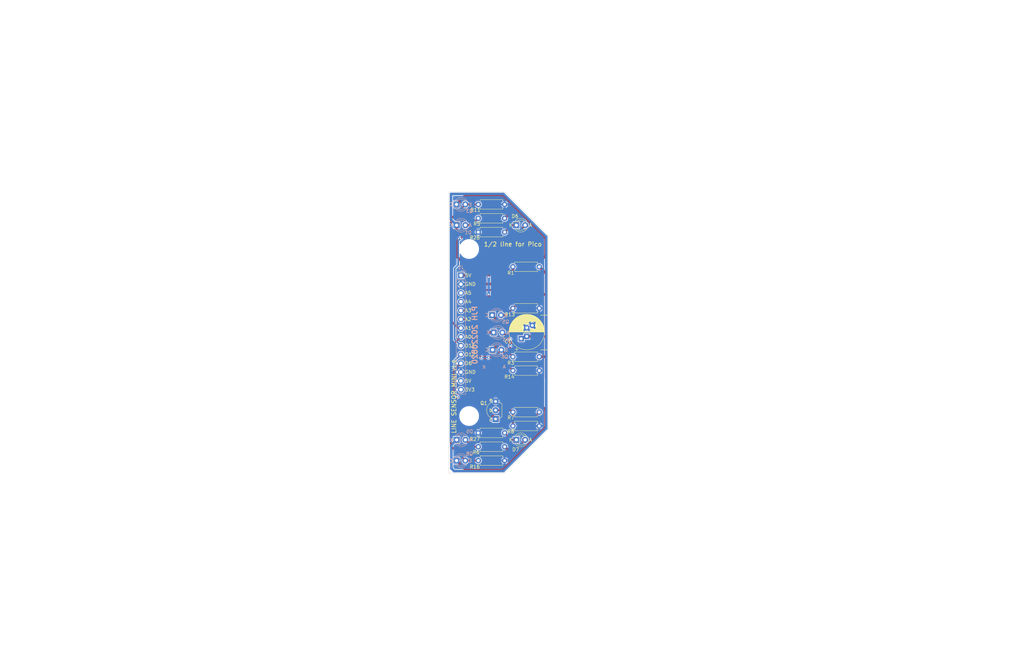
<source format=kicad_pcb>
(kicad_pcb (version 20240108) (generator "pcbnew") (generator_version "8.0")
  (title_block (title "UKMARSBOT Template") (date "2022-08-19"))
  (layers (0 "F.Cu" signal) (31 "B.Cu" signal) (34 "B.Paste" user) (35 "F.Paste" user) (36 "B.SilkS" user "B.Silkscreen") (37 "F.SilkS" user "F.Silkscreen") (38 "B.Mask" user) (39 "F.Mask" user) (44 "Edge.Cuts" user))
  (net 0 "")
  (net 1 "GND")
  (net 2 "5V")
  (net 3 "D6_LED_RIGHT")
  (net 4 "D12_EMITTERS")
  (net 5 "D11_LED_LEFT")
  (net 6 "/sensor_emitters")
  (net 8 "A3_LINE_3")
  (net 9 "A2_LINE_2")
  (net 10 "A0_START_MARKER")
  (net 12 "/5V_EMITTERS")
  (net 13 "A1_LEFT_MARKER")
  (net 14 "Net-(D1-A)")
  (net 15 "Net-(D3-A)")
  (net 16 "Net-(D5-A)")
  (net 17 "Net-(D6-K)")
  (net 18 "Net-(D7-K)")
  (net 21 "Net-(Q1-B)")
  (footprint "ukmarsbot:TO-92_Inline_Wide_HandSolder" (layer "F.Cu") (at 152 130 90)
    (property "Reference" "Q1" (at 4.6 -3.4 180) (layer "F.SilkS"))
    (property "Value" "BC337")
    (pad "1" thru_hole rect (at 0 0 90) (size 1.8 1.8) (drill 0.8) (layers "*.Cu" "*.Mask") (net 6 "/sensor_emitters"))
    (pad "2" thru_hole circle (at 2.54 0 90) (size 1.8 1.8) (drill 0.8) (layers "*.Cu" "*.Mask") (net 21 "Net-(Q1-B)"))
    (pad "3" thru_hole circle (at 5.08 0 90) (size 1.8 1.8) (drill 0.8) (layers "*.Cu" "*.Mask") (net 1 "GND"))
  )
  (footprint "Resistor_THT:R_Axial_DIN0207_L6.3mm_D2.5mm_P7.62mm_Horizontal" (layer "F.Cu") (at 157 112)
    (property "Reference" "R3" (at -0.6 1.8 0) (layer "F.SilkS"))
    (property "Value" "68R")
    (pad "1" thru_hole circle (at 0 0) (size 1.6 1.6) (drill 0.8) (layers "*.Cu" "*.Mask") (net 15 "Net-(D3-A)"))
    (pad "2" thru_hole oval (at 7.62 0) (size 1.6 1.6) (drill 0.8) (layers "*.Cu" "*.Mask") (net 12 "/5V_EMITTERS"))
  )
  (footprint "Resistor_THT:R_Axial_DIN0207_L6.3mm_D2.5mm_P7.62mm_Horizontal" (layer "F.Cu") (at 157 116)
    (property "Reference" "R14" (at -1 1.8 0) (layer "F.SilkS"))
    (property "Value" "2k0")
    (pad "1" thru_hole circle (at 0 0) (size 1.6 1.6) (drill 0.8) (layers "*.Cu" "*.Mask") (net 9 "A2_LINE_2"))
    (pad "2" thru_hole oval (at 7.62 0) (size 1.6 1.6) (drill 0.8) (layers "*.Cu" "*.Mask") (net 1 "GND"))
  )
  (footprint "Resistor_THT:R_Axial_DIN0207_L6.3mm_D2.5mm_P7.62mm_Horizontal" (layer "F.Cu") (at 157 98)
    (property "Reference" "R13" (at -0.9 1.8 0) (layer "F.SilkS"))
    (property "Value" "2k0")
    (pad "1" thru_hole circle (at 0 0) (size 1.6 1.6) (drill 0.8) (layers "*.Cu" "*.Mask") (net 8 "A3_LINE_3"))
    (pad "2" thru_hole oval (at 7.62 0) (size 1.6 1.6) (drill 0.8) (layers "*.Cu" "*.Mask") (net 1 "GND"))
  )
  (footprint "Resistor_THT:R_Axial_DIN0207_L6.3mm_D2.5mm_P7.62mm_Horizontal" (layer "F.Cu") (at 147 142)
    (property "Reference" "R16" (at -1 1.8 0) (layer "F.SilkS"))
    (property "Value" "2k0")
    (pad "1" thru_hole circle (at 0 0) (size 1.6 1.6) (drill 0.8) (layers "*.Cu" "*.Mask") (net 10 "A0_START_MARKER"))
    (pad "2" thru_hole oval (at 7.62 0) (size 1.6 1.6) (drill 0.8) (layers "*.Cu" "*.Mask") (net 1 "GND"))
  )
  (footprint "MountingHole:MountingHole_3.2mm_M3" (layer "F.Cu") (at 144.37 129.13)
    (property "Reference" "H1" (hide yes))
    (property "Value" "MountingHole" (hide yes))
    (pad "" np_thru_hole circle (at 0 0) (size 3.2 3.2) (drill 3.2) (layers "F&B.Cu" "*.Mask") (clearance 1.25))
  )
  (footprint "LED_THT:LED_D3.0mm" (layer "F.Cu") (at 158 136)
    (property "Reference" "D7" (at -0.2 2.8 0) (layer "F.SilkS"))
    (property "Value" "LED")
    (pad "1" thru_hole rect (at 0 0) (size 1.8 1.8) (drill 0.9) (layers "*.Cu" "*.Mask") (net 18 "Net-(D7-K)"))
    (pad "2" thru_hole circle (at 2.54 0) (size 1.8 1.8) (drill 0.9) (layers "*.Cu" "*.Mask") (net 3 "D6_LED_RIGHT"))
  )
  (footprint "Resistor_THT:R_Axial_DIN0207_L6.3mm_D2.5mm_P7.62mm_Horizontal" (layer "F.Cu") (at 147 72)
    (property "Reference" "R5" (at -0.4 1.6 180) (layer "F.SilkS"))
    (property "Value" "68R")
    (pad "1" thru_hole circle (at 0 0) (size 1.6 1.6) (drill 0.8) (layers "*.Cu" "*.Mask") (net 14 "Net-(D1-A)"))
    (pad "2" thru_hole oval (at 7.62 0) (size 1.6 1.6) (drill 0.8) (layers "*.Cu" "*.Mask") (net 2 "5V"))
  )
  (footprint "Resistor_THT:R_Axial_DIN0207_L6.3mm_D2.5mm_P7.62mm_Horizontal" (layer "F.Cu") (at 157 128)
    (property "Reference" "R7" (at -0.6 1.6 0) (layer "F.SilkS"))
    (property "Value" "390")
    (pad "1" thru_hole circle (at 0 0) (size 1.6 1.6) (drill 0.8) (layers "*.Cu" "*.Mask") (net 21 "Net-(Q1-B)"))
    (pad "2" thru_hole oval (at 7.62 0) (size 1.6 1.6) (drill 0.8) (layers "*.Cu" "*.Mask") (net 4 "D12_EMITTERS"))
  )
  (footprint "Resistor_THT:R_Axial_DIN0207_L6.3mm_D2.5mm_P7.62mm_Horizontal" (layer "F.Cu") (at 147 134)
    (property "Reference" "R27" (at -1 1.8 0) (layer "F.SilkS"))
    (property "Value" "2k0")
    (pad "1" thru_hole circle (at 0 0) (size 1.6 1.6) (drill 0.8) (layers "*.Cu" "*.Mask") (net 1 "GND"))
    (pad "2" thru_hole oval (at 7.62 0) (size 1.6 1.6) (drill 0.8) (layers "*.Cu" "*.Mask") (net 18 "Net-(D7-K)"))
  )
  (footprint "LED_THT:LED_D3.0mm" (layer "F.Cu") (at 158 74)
    (property "Reference" "D6" (at -0.4 -2.6 0) (layer "F.SilkS"))
    (property "Value" "LED")
    (pad "1" thru_hole rect (at 0 0) (size 1.8 1.8) (drill 0.9) (layers "*.Cu" "*.Mask") (net 17 "Net-(D6-K)"))
    (pad "2" thru_hole circle (at 2.54 0) (size 1.8 1.8) (drill 0.9) (layers "*.Cu" "*.Mask") (net 5 "D11_LED_LEFT"))
  )
  (footprint "Resistor_THT:R_Axial_DIN0207_L6.3mm_D2.5mm_P7.62mm_Horizontal" (layer "F.Cu") (at 147 68)
    (property "Reference" "R11" (at -0.8 1.6 0) (layer "F.SilkS"))
    (property "Value" "2k0")
    (pad "1" thru_hole circle (at 0 0) (size 1.6 1.6) (drill 0.8) (layers "*.Cu" "*.Mask") (net 13 "A1_LEFT_MARKER"))
    (pad "2" thru_hole oval (at 7.62 0) (size 1.6 1.6) (drill 0.8) (layers "*.Cu" "*.Mask") (net 1 "GND"))
  )
  (footprint "Resistor_THT:R_Axial_DIN0207_L6.3mm_D2.5mm_P7.62mm_Horizontal" (layer "F.Cu") (at 147 138)
    (property "Reference" "R6" (at -0.6 1.6 0) (layer "F.SilkS"))
    (property "Value" "68R")
    (pad "1" thru_hole circle (at 0 0) (size 1.6 1.6) (drill 0.8) (layers "*.Cu" "*.Mask") (net 16 "Net-(D5-A)"))
    (pad "2" thru_hole oval (at 7.62 0) (size 1.6 1.6) (drill 0.8) (layers "*.Cu" "*.Mask") (net 2 "5V"))
  )
  (footprint "MountingHole:MountingHole_3.2mm_M3" (layer "F.Cu") (at 144.37 80.87)
    (property "Reference" "H2" (hide yes))
    (property "Value" "MountingHole" (hide yes))
    (pad "" np_thru_hole circle (at 0 0) (size 3.2 3.2) (drill 3.2) (layers "F&B.Cu" "*.Mask") (clearance 1.25))
  )
  (footprint "Capacitor_THT:CP_Radial_D10.0mm_P2.50mm_P5.00mm" (layer "F.Cu") (at 161 106.117677 90)
    (property "Reference" "C1" (at -1.482323 -5.4 180) (layer "F.SilkS"))
    (property "Value" "470uF")
    (pad "1" thru_hole rect (at -0.670937 -1.6 90) (size 1.6 1.6) (drill 0.8) (layers "*.Cu" "*.Mask") (net 12 "/5V_EMITTERS"))
    (pad "1" thru_hole rect (at 0 0 90) (size 1.6 1.6) (drill 0.8) (layers "*.Cu" "*.Mask") (net 12 "/5V_EMITTERS"))
    (pad "2" thru_hole circle (at 2.5 0 90) (size 1.6 1.6) (drill 0.8) (layers "*.Cu" "*.Mask") (net 1 "GND"))
    (pad "2" thru_hole circle (at 3.170937 1.6 90) (size 1.6 1.6) (drill 0.8) (layers "*.Cu" "*.Mask") (net 1 "GND"))
  )
  (footprint "Resistor_THT:R_Axial_DIN0207_L6.3mm_D2.5mm_P7.62mm_Horizontal" (layer "F.Cu") (at 157 132)
    (property "Reference" "R8" (at -0.59 1.6 0) (layer "F.SilkS"))
    (property "Value" "10k")
    (pad "1" thru_hole circle (at 0 0) (size 1.6 1.6) (drill 0.8) (layers "*.Cu" "*.Mask") (net 21 "Net-(Q1-B)"))
    (pad "2" thru_hole oval (at 7.62 0) (size 1.6 1.6) (drill 0.8) (layers "*.Cu" "*.Mask") (net 1 "GND"))
  )
  (footprint "Resistor_THT:R_Axial_DIN0207_L6.3mm_D2.5mm_P7.62mm_Horizontal" (layer "F.Cu") (at 147 76)
    (property "Reference" "R26" (at -1 1.6 0) (layer "F.SilkS"))
    (property "Value" "2k0")
    (pad "1" thru_hole circle (at 0 0) (size 1.6 1.6) (drill 0.8) (layers "*.Cu" "*.Mask") (net 1 "GND"))
    (pad "2" thru_hole oval (at 7.62 0) (size 1.6 1.6) (drill 0.8) (layers "*.Cu" "*.Mask") (net 17 "Net-(D6-K)"))
  )
  (footprint "Resistor_THT:R_Axial_DIN0207_L6.3mm_D2.5mm_P7.62mm_Horizontal" (layer "F.Cu") (at 157 86)
    (property "Reference" "R1" (at -0.6 1.8 0) (layer "F.SilkS"))
    (property "Value" "10R")
    (pad "1" thru_hole circle (at 0 0) (size 1.6 1.6) (drill 0.8) (layers "*.Cu" "*.Mask") (net 2 "5V"))
    (pad "2" thru_hole oval (at 7.62 0) (size 1.6 1.6) (drill 0.8) (layers "*.Cu" "*.Mask") (net 12 "/5V_EMITTERS"))
  )
  (footprint "LED_THT:LED_D3.0mm" (layer "B.Cu") (at 140.75 74)
    (property "Reference" "D1" (at 3.35 2.1 0) (layer "B.SilkS") (effects (justify mirror)))
    (property "Value" "L-934F3C")
    (pad "1" thru_hole rect (at 0 0) (size 1.8 1.8) (drill 0.9) (layers "*.Cu" "*.Mask") (net 6 "/sensor_emitters"))
    (pad "2" thru_hole circle (at 2.54 0) (size 1.8 1.8) (drill 0.9) (layers "*.Cu" "*.Mask") (net 14 "Net-(D1-A)"))
  )
  (footprint "ukmarsbot:Phototransistor_3mm_Vertical_Clear" (layer "B.Cu") (at 152.3 100)
    (property "Reference" "Q5" (at 2.6 1.9 180) (layer "B.SilkS") (effects (justify mirror)))
    (property "Value" "BPW85C" (hide yes))
    (fp_text user "C" (at -2.8 0 0) (layer "B.SilkS") (effects (justify mirror)))
    (fp_text user "E" (at 2.7 0.1 0) (layer "B.SilkS") (effects (justify mirror)))
    (pad "1" thru_hole rect (at -1.27 0) (size 1.8 1.8) (drill 0.9) (layers "*.Cu" "*.Mask") (net 2 "5V"))
    (pad "2" thru_hole circle (at 1.27 0) (size 1.8 1.8) (drill 0.9) (layers "*.Cu" "*.Mask") (net 8 "A3_LINE_3"))
  )
  (footprint "LED_THT:LED_D3.0mm" (layer "B.Cu") (at 151.425 105)
    (property "Reference" "D3" (at 3.675 2.1 0) (layer "B.SilkS") (effects (justify mirror)))
    (property "Value" "L-934F3C")
    (pad "1" thru_hole rect (at 0 0) (size 1.8 1.8) (drill 0.9) (layers "*.Cu" "*.Mask") (net 6 "/sensor_emitters"))
    (pad "2" thru_hole circle (at 2.54 0) (size 1.8 1.8) (drill 0.9) (layers "*.Cu" "*.Mask") (net 15 "Net-(D3-A)"))
  )
  (footprint "ukmarsbot:Phototransistor_3mm_Vertical_Clear" (layer "B.Cu") (at 142 142)
    (property "Reference" "Q8" (at 2.5 -2 180) (layer "B.SilkS") (effects (justify mirror)))
    (property "Value" "BPW85C" (hide yes))
    (fp_text user "E" (at 2.7 0 0) (layer "B.SilkS") (effects (justify mirror)))
    (fp_text user "C" (at -2.8 0.1 0) (layer "B.SilkS") (effects (justify mirror)))
    (pad "1" thru_hole rect (at -1.27 0) (size 1.8 1.8) (drill 0.9) (layers "*.Cu" "*.Mask") (net 2 "5V"))
    (pad "2" thru_hole circle (at 1.27 0) (size 1.8 1.8) (drill 0.9) (layers "*.Cu" "*.Mask") (net 10 "A0_START_MARKER"))
  )
  (footprint "LED_THT:LED_D3.0mm" (layer "B.Cu") (at 140.75 136)
    (property "Reference" "D5" (at 3.75 -2.4 0) (layer "B.SilkS") (effects (justify mirror)))
    (property "Value" "L-934F3C")
    (pad "1" thru_hole rect (at 0 0) (size 1.8 1.8) (drill 0.9) (layers "*.Cu" "*.Mask") (net 6 "/sensor_emitters"))
    (pad "2" thru_hole circle (at 2.54 0) (size 1.8 1.8) (drill 0.9) (layers "*.Cu" "*.Mask") (net 16 "Net-(D5-A)"))
  )
  (footprint "ukmarsbot:PinHeader_1x14_P2.54mm_Vertical" (layer "B.Cu") (at 142 88.49 180)
    (property "Reference" "J1" (at 0 2.33 0) (layer "B.SilkS") (effects (justify mirror)))
    (property "Value" "SENSORS")
    (pad "1" thru_hole rect (at 0 0 180) (size 1.7 1.7) (drill 1) (layers "*.Cu" "*.Mask") (net 2 "5V"))
    (pad "2" thru_hole oval (at 0 -2.54 180) (size 1.7 1.7) (drill 1) (layers "*.Cu" "*.Mask") (net 1 "GND"))
    (pad "3" thru_hole oval (at 0 -5.08 180) (size 1.7 1.7) (drill 1) (layers "*.Cu" "*.Mask"))
    (pad "4" thru_hole oval (at 0 -7.62 180) (size 1.7 1.7) (drill 1) (layers "*.Cu" "*.Mask"))
    (pad "5" thru_hole oval (at 0 -10.16 180) (size 1.7 1.7) (drill 1) (layers "*.Cu" "*.Mask") (net 8 "A3_LINE_3"))
    (pad "6" thru_hole oval (at 0 -12.7 180) (size 1.7 1.7) (drill 1) (layers "*.Cu" "*.Mask") (net 9 "A2_LINE_2"))
    (pad "7" thru_hole oval (at 0 -15.24 180) (size 1.7 1.7) (drill 1) (layers "*.Cu" "*.Mask") (net 13 "A1_LEFT_MARKER"))
    (pad "8" thru_hole oval (at 0 -17.78 180) (size 1.7 1.7) (drill 1) (layers "*.Cu" "*.Mask") (net 10 "A0_START_MARKER"))
    (pad "9" thru_hole oval (at 0 -20.32 180) (size 1.7 1.7) (drill 1) (layers "*.Cu" "*.Mask") (net 5 "D11_LED_LEFT"))
    (pad "10" thru_hole oval (at 0 -22.86 180) (size 1.7 1.7) (drill 1) (layers "*.Cu" "*.Mask") (net 4 "D12_EMITTERS"))
    (pad "11" thru_hole oval (at 0 -25.4 180) (size 1.7 1.7) (drill 1) (layers "*.Cu" "*.Mask") (net 3 "D6_LED_RIGHT"))
    (pad "12" thru_hole oval (at 0 -27.94 180) (size 1.7 1.7) (drill 1) (layers "*.Cu" "*.Mask") (net 1 "GND"))
    (pad "13" thru_hole oval (at 0 -30.48 180) (size 1.7 1.7) (drill 1) (layers "*.Cu" "*.Mask"))
    (pad "14" thru_hole oval (at 0 -33.02 180) (size 1.7 1.7) (drill 1) (layers "*.Cu" "*.Mask"))
  )
  (footprint "ukmarsbot:Phototransistor_3mm_Vertical_Clear" (layer "B.Cu") (at 142 68)
    (property "Reference" "Q3" (at 2.5 1.9 180) (layer "B.SilkS") (effects (justify mirror)))
    (property "Value" "BPW85C" (hide yes))
    (fp_text user "E" (at 2.7 0.1 0) (layer "B.SilkS") (effects (justify mirror)))
    (fp_text user "C" (at -2.8 0 0) (layer "B.SilkS") (effects (justify mirror)))
    (pad "1" thru_hole rect (at -1.27 0) (size 1.8 1.8) (drill 0.9) (layers "*.Cu" "*.Mask") (net 2 "5V"))
    (pad "2" thru_hole circle (at 1.27 0) (size 1.8 1.8) (drill 0.9) (layers "*.Cu" "*.Mask") (net 13 "A1_LEFT_MARKER"))
  )
  (footprint "ukmarsbot:Phototransistor_3mm_Vertical_Clear" (layer "B.Cu") (at 152.4 110)
    (property "Reference" "Q6" (at 2.3 2 180) (layer "B.SilkS") (effects (justify mirror)))
    (property "Value" "BPW85C" (hide yes))
    (fp_text user "C" (at -2.9 0 0) (layer "B.SilkS") (effects (justify mirror)))
    (fp_text user "E" (at 2.7 0 0) (layer "B.SilkS") (effects (justify mirror)))
    (pad "1" thru_hole rect (at -1.27 0) (size 1.8 1.8) (drill 0.9) (layers "*.Cu" "*.Mask") (net 2 "5V"))
    (pad "2" thru_hole circle (at 1.27 0) (size 1.8 1.8) (drill 0.9) (layers "*.Cu" "*.Mask") (net 9 "A2_LINE_2"))
  )
  (gr_line (start 167 100) (end 165 100) (stroke (width 0.15)) (layer "F.SilkS"))
  (gr_line (start 167 110) (end 165 110) (stroke (width 0.15)) (layer "F.SilkS"))
  (gr_line (start 154.53 64.36) (end 167.23 77.06) (stroke (width 0.1)) (layer "Edge.Cuts"))
  (gr_line (start 167.23 132.94) (end 154.53 145.64) (stroke (width 0.1)) (layer "Edge.Cuts"))
  (gr_line (start 167.23 77.06) (end 167.23 132.94) (stroke (width 0.1)) (layer "Edge.Cuts"))
  (gr_line (start 154.53 145.64) (end 138.528 145.64) (stroke (width 0.1)) (layer "Edge.Cuts"))
  (gr_line (start 138.528 64.36) (end 154.53 64.36) (stroke (width 0.1)) (layer "Edge.Cuts"))
  (gr_line (start 138.528 145.64) (end 138.528 64.36) (stroke (width 0.1)) (layer "Edge.Cuts"))
  (gr_text "A" (at 154.5 114.9 0) (layer "B.SilkS") (effects (font (size 1 1))))
  (gr_text "A" (at 144.7 74 0) (layer "B.SilkS") (effects (font (size 1 1))))
  (gr_text "PJH 20220820" (at 146 105.75 90) (layer "B.SilkS") (effects (font (size 1.5 1.5) (thickness 0.3)) (justify mirror)))
  (gr_text "A" (at 155.6 105.1 0) (layer "B.SilkS") (effects (font (size 1 1))))
  (gr_text "A" (at 144.9 136 0) (layer "B.SilkS") (effects (font (size 1 1))))
  (gr_text "K" (at 139.2 136.1 0) (layer "B.SilkS") (effects (font (size 1 1)) (justify mirror)))
  (gr_text "K" (at 148.6 115 0) (layer "B.SilkS") (effects (font (size 1 1)) (justify mirror)))
  (gr_text "K" (at 139.2 74 0) (layer "B.SilkS") (effects (font (size 1 1)) (justify mirror)))
  (gr_text "K" (at 149.8 105 0) (layer "B.SilkS") (effects (font (size 1 1)) (justify mirror)))
  (gr_text "5V" (at 143.1 118.97 0) (layer "F.SilkS") (effects (font (size 1 1)) (justify left)))
  (gr_text "A3" (at 143.1 98.65 0) (layer "F.SilkS") (effects (font (size 1 1)) (justify left)))
  (gr_text "LINE SENSOR MINI" (at 140 125.5 90) (layer "F.SilkS") (effects (font (size 1.25 1.25) (thickness 0.2))))
  (gr_text "K" (at 156.4 74 0) (layer "F.SilkS") (effects (font (size 1 1))))
  (gr_text "3V3" (at 143.1 121.51 0) (layer "F.SilkS") (effects (font (size 1 1)) (justify left)))
  (gr_text "K" (at 156.4 136 0) (layer "F.SilkS") (effects (font (size 1 1))))
  (gr_text "c" (at 150.6 130.2 0) (layer "F.SilkS") (effects (font (size 1 1))))
  (gr_text "D6" (at 143.1 113.89 0) (layer "F.SilkS") (effects (font (size 1 1)) (justify left)))
  (gr_text "A0" (at 143.1 106.27 0) (layer "F.SilkS") (effects (font (size 1 1)) (justify left)))
  (gr_text "e" (at 150.6 124.4 0) (layer "F.SilkS") (effects (font (size 1 1))))
  (gr_text "GND" (at 143.1 91.03 0) (layer "F.SilkS") (effects (font (size 1 1)) (justify left)))
  (gr_text "A" (at 162.1 136 0) (layer "F.SilkS") (effects (font (size 1 1))))
  (gr_text "V1.0" (at 140 114.5 90) (layer "F.SilkS") (effects (font (size 1 1))))
  (gr_text "A4" (at 143.1 96.11 0) (layer "F.SilkS") (effects (font (size 1 1)) (justify left)))
  (gr_text "D11" (at 143.1 108.81 0) (layer "F.SilkS") (effects (font (size 1 1)) (justify left)))
  (gr_text "GND" (at 143.1 116.43 0) (layer "F.SilkS") (effects (font (size 1 1)) (justify left)))
  (gr_text "A" (at 162.1 74 0) (layer "F.SilkS") (effects (font (size 1 1))))
  (gr_text "1/2 line for Pico\n" (at 157 79.5 0) (layer "F.SilkS") (effects (font (size 1.25 1.25) (thickness 0.2))))
  (gr_text "A2" (at 143.1 101.19 0) (layer "F.SilkS") (effects (font (size 1 1)) (justify left)))
  (gr_text "A1" (at 143.1 103.73 0) (layer "F.SilkS") (effects (font (size 1 1)) (justify left)))
  (gr_text "A5" (at 143.1 93.57 0) (layer "F.SilkS") (effects (font (size 1 1)) (justify left)))
  (gr_text "5V" (at 143.1 88.49 0) (layer "F.SilkS") (effects (font (size 1 1)) (justify left)))
  (gr_text "D12" (at 143.1 111.35 0) (layer "F.SilkS") (effects (font (size 1 1)) (justify left)))
  (gr_text "b" (at 150.6 127.4 0) (layer "F.SilkS") (effects (font (size 1 1))))
  (segment (start 157 88.25) (end 154.25 91) (width 0.75) (layer "F.Cu") (net 2))
  (segment (start 165.144031 126.044031) (end 166.444031 127.344031) (width 0.75) (layer "F.Cu") (net 2))
  (segment (start 154.62 72) (end 157.532638 69.087362) (width 0.75) (layer "F.Cu") (net 2))
  (segment (start 157.4745 107.9255) (end 157.7 107.7) (width 0.75) (layer "F.Cu") (net 2))
  (segment (start 151.13 110) (end 153.2045 107.9255) (width 0.75) (layer "F.Cu") (net 2))
  (segment (start 166.444031 127.344031) (end 166.444031 132.321449) (width 0.75) (layer "F.Cu") (net 2))
  (segment (start 153.2045 107.9255) (end 157.4745 107.9255) (width 0.75) (layer "F.Cu") (net 2))
  (segment (start 154.01548 144.75) (end 143.5 144.75) (width 0.75) (layer "F.Cu") (net 2))
  (segment (start 159.525 101.475) (end 159.625 101.575) (width 0.75) (layer "F.Cu") (net 2))
  (segment (start 151.03 100) (end 152.505 101.475) (width 0.75) (layer "F.Cu") (net 2))
  (segment (start 159.75 88.25) (end 164 84) (width 0.75) (layer "F.Cu") (net 2))
  (segment (start 165.3 84) (end 166.444031 82.855969) (width 0.75) (layer "F.Cu") (net 2))
  (segment (start 154.62 138) (end 157.60274 140.98274) (width 0.75) (layer "F.Cu") (net 2))
  (segment (start 164 84) (end 165.3 84) (width 0.75) (layer "F.Cu") (net 2))
  (segment (start 157 88.25) (end 159.65 88.25) (width 0.75) (layer "F.Cu") (net 2))
  (segment (start 157.532638 69.087362) (end 157.712638 69.087362) (width 0.75) (layer "F.Cu") (net 2))
  (segment (start 147 91) (end 147 90.28) (width 0.75) (layer "F.Cu") (net 2))
  (segment (start 154.01548 144.75) (end 157.78274 140.98274) (width 0.75) (layer "F.Cu") (net 2))
  (segment (start 145.21 88.49) (end 142 88.49) (width 0.75) (layer "F.Cu") (net 2))
  (segment (start 166.444031 82.855969) (end 166.444031 77.818756) (width 0.75) (layer "F.Cu") (net 2))
  (segment (start 161.844031 114.044031) (end 157.7 109.9) (width 0.75) (layer "F.Cu") (net 2))
  (segment (start 159.625 88.275) (end 159.65 88.25) (width 0.75) (layer "F.Cu") (net 2))
  (segment (start 154.25 91) (end 151.9 91) (width 0.75) (layer "F.Cu") (net 2))
  (segment (start 147 90.28) (end 145.21 88.49) (width 0.75) (layer "F.Cu") (net 2))
  (segment (start 159.625 101.575) (end 159.625 88.275) (width 0.75) (layer "F.Cu") (net 2))
  (segment (start 143.5 144.75) (end 140.75 142) (width 0.75) (layer "F.Cu") (net 2))
  (segment (start 153.875276 65.25) (end 143.5 65.25) (width 0.75) (layer "F.Cu") (net 2))
  (segment (start 151.75 91) (end 147 91) (width 0.75) (layer "F.Cu") (net 2))
  (segment (start 161.844031 126.044031) (end 161.844031 114.044031) (width 0.75) (layer "F.Cu") (net 2))
  (segment (start 151.875 90.875) (end 151.75 91) (width 0.75) (layer "F.Cu") (net 2))
  (segment (start 153.875276 65.25) (end 157.712638 69.087362) (width 0.75) (layer "F.Cu") (net 2))
  (segment (start 166.444031 77.818756) (end 157.712638 69.087362) (width 0.75) (layer "F.Cu") (net 2))
  (segment (start 159.65 88.25) (end 159.75 88.25) (width 0.75) (layer "F.Cu") (net 2))
  (segment (start 143.5 65.25) (end 140.75 68) (width 0.75) (layer "F.Cu") (net 2))
  (segment (start 157 86) (end 157 88.25) (width 0.75) (layer "F.Cu") (net 2))
  (segment (start 140.73 68) (end 143.48 65.25) (width 0.75) (layer "F.Cu") (net 2))
  (segment (start 157.7 109.9) (end 157.7 107.7) (width 0.75) (layer "F.Cu") (net 2))
  (segment (start 152.505 101.475) (end 159.525 101.475) (width 0.75) (layer "F.Cu") (net 2))
  (segment (start 166.444031 132.321449) (end 157.78274 140.98274) (width 0.75) (layer "F.Cu") (net 2))
  (segment (start 157.60274 140.98274) (end 157.78274 140.98274) (width 0.75) (layer "F.Cu") (net 2))
  (segment (start 157.7 107.7) (end 157.7 103.5) (width 0.75) (layer "F.Cu") (net 2))
  (segment (start 157.7 103.5) (end 159.625 101.575) (width 0.75) (layer "F.Cu") (net 2))
  (segment (start 143.48 65.25) (end 153.875276 65.25) (width 0.75) (layer "F.Cu") (net 2))
  (segment (start 161.844031 126.044031) (end 165.144031 126.044031) (width 0.75) (layer "F.Cu") (net 2))
  (segment (start 145.890242 135.9) (end 143.289743 133.299501) (width 0.5) (layer "F.Cu") (net 3))
  (segment (start 139.8 116.09) (end 142 113.89) (width 0.5) (layer "F.Cu") (net 3))
  (segment (start 157.1 138.1) (end 154.9 135.9) (width 0.5) (layer "F.Cu") (net 3))
  (segment (start 158.44 138.1) (end 157.1 138.1) (width 0.5) (layer "F.Cu") (net 3))
  (segment (start 154.9 135.9) (end 145.890242 135.9) (width 0.5) (layer "F.Cu") (net 3))
  (segment (start 142.310257 133.299501) (end 139.8 130.789244) (width 0.5) (layer "F.Cu") (net 3))
  (segment (start 139.8 130.789244) (end 139.8 116.09) (width 0.5) (layer "F.Cu") (net 3))
  (segment (start 160.54 136) (end 158.44 138.1) (width 0.5) (layer "F.Cu") (net 3))
  (segment (start 143.289743 133.299501) (end 142.310257 133.299501) (width 0.5) (layer "F.Cu") (net 3))
  (segment (start 140.5 124.1) (end 140.5 130.5) (width 0.5) (layer "F.Cu") (net 4))
  (segment (start 141 123.6) (end 140.5 124.1) (width 0.5) (layer "F.Cu") (net 4))
  (segment (start 159.12 133.5) (end 164.62 128) (width 0.5) (layer "F.Cu") (net 4))
  (segment (start 155.5 132.6) (end 156.4 133.5) (width 0.5) (layer "F.Cu") (net 4))
  (segment (start 142.6 132.6) (end 155.5 132.6) (width 0.5) (layer "F.Cu") (net 4))
  (segment (start 140.5 130.5) (end 142.6 132.6) (width 0.5) (layer "F.Cu") (net 4))
  (segment (start 156.4 133.5) (end 159.12 133.5) (width 0.5) (layer "F.Cu") (net 4))
  (via (at 141 123.6) (size 0.8) (drill 0.4) (layers "F.Cu" "B.Cu") (net 4))
  (segment (start 140.3 122.9) (end 141 123.6) (width 0.5) (layer "B.Cu") (net 4))
  (segment (start 140.3 113.05) (end 140.3 122.9) (width 0.5) (layer "B.Cu") (net 4))
  (segment (start 142 111.35) (end 140.3 113.05) (width 0.5) (layer "B.Cu") (net 4))
  (segment (start 155.2 77.4) (end 156.43 76.17) (width 0.5) (layer "F.Cu") (net 5))
  (segment (start 156.43 76.17) (end 158.37 76.17) (width 0.5) (layer "F.Cu") (net 5))
  (segment (start 142.3 77.4) (end 155.2 77.4) (width 0.5) (layer "F.Cu") (net 5))
  (segment (start 141.9 77.8) (end 142.3 77.4) (width 0.5) (layer "F.Cu") (net 5))
  (segment (start 158.37 76.17) (end 160.54 74) (width 0.5) (layer "F.Cu") (net 5))
  (via (at 141.9 77.8) (size 0.8) (drill 0.4) (layers "F.Cu" "B.Cu") (net 5))
  (segment (start 140.2 107.01) (end 140.2 86.5) (width 0.5) (layer "B.Cu") (net 5))
  (segment (start 140.2 86.5) (end 141.2 85.5) (width 0.5) (layer "B.Cu") (net 5))
  (segment (start 141.2 85.5) (end 141.2 78.5) (width 0.5) (layer "B.Cu") (net 5))
  (segment (start 142 108.81) (end 140.2 107.01) (width 0.5) (layer "B.Cu") (net 5))
  (segment (start 141.2 78.5) (end 141.9 77.8) (width 0.5) (layer "B.Cu") (net 5))
  (segment (start 150 94) (end 150 94.675) (width 0.75) (layer "F.Cu") (net 6))
  (segment (start 148.9 113.575) (end 148.9 105) (width 0.75) (layer "F.Cu") (net 6))
  (segment (start 150 86.5) (end 149 85.5) (width 0.75) (layer "F.Cu") (net 6))
  (segment (start 150.325 96.65) (end 150.325 95) (width 0.75) (layer "F.Cu") (net 6))
  (segment (start 142.075 84.325) (end 140.75 83) (width 0.75) (layer "F.Cu") (net 6))
  (segment (start 152 130) (end 147.4 125.4) (width 0.75) (layer "F.Cu") (net 6))
  (segment (start 149 85.5) (end 143.25 85.5) (width 0.75) (layer "F.Cu") (net 6))
  (segment (start 147.4 118) (end 150.325 115.075) (width 0.75) (layer "F.Cu") (net 6))
  (segment (start 150.325 115) (end 148.9 113.575) (width 0.75) (layer "F.Cu") (net 6))
  (segment (start 147.4 125.4) (end 147.4 118) (width 0.75) (layer "F.Cu") (net 6))
  (segment (start 140.75 83) (end 140.75 74) (width 0.75) (layer "F.Cu") (net 6))
  (segment (start 150 86.5) (end 150 89) (width 0.75) (layer "F.Cu") (net 6))
  (segment (start 150 94.675) (end 150.325 95) (width 0.75) (layer "F.Cu") (net 6))
  (segment (start 151.425 105) (end 148.9 105) (width 0.75) (layer "F.Cu") (net 6))
  (segment (start 148.9 105) (end 148.9 98.075) (width 0.75) (layer "F.Cu") (net 6))
  (segment (start 142.075 84.325) (end 142.35 84.6) (width 0.5) (layer "F.Cu") (net 6))
  (segment (start 148.9 98.075) (end 150.325 96.65) (width 0.75) (layer "F.Cu") (net 6))
  (segment (start 143.25 85.5) (end 142.075 84.325) (width 0.75) (layer "F.Cu") (net 6))
  (via (at 150 94) (size 0.8) (drill 0.4) (layers "F.Cu" "B.Cu") (net 6))
  (via (at 150 89) (size 0.8) (drill 0.4) (layers "F.Cu" "B.Cu") (net 6))
  (segment (start 166.605 77.318884) (end 166.605 132.681116) (width 0.75) (layer "B.Cu") (net 6))
  (segment (start 150 89) (end 150 94) (width 0.75) (layer "B.Cu") (net 6))
  (segment (start 166.605 132.681116) (end 154.271116 145.015) (width 0.75) (layer "B.Cu") (net 6))
  (segment (start 139.255 137.495) (end 140.75 136) (width 0.75) (layer "B.Cu") (net 6))
  (segment (start 139.153 64.985) (end 154.271116 64.985) (width 0.75) (layer "B.Cu") (net 6))
  (segment (start 139.153 72.403) (end 139.153 64.985) (width 0.75) (layer "B.Cu") (net 6))
  (segment (start 140.75 74) (end 139.153 72.403) (width 0.75) (layer "B.Cu") (net 6))
  (segment (start 140.015 145.015) (end 139.255 144.255) (width 0.75) (layer "B.Cu") (net 6))
  (segment (start 139.255 144.255) (end 139.255 137.495) (width 0.75) (layer "B.Cu") (net 6))
  (segment (start 154.271116 64.985) (end 166.605 77.318884) (width 0.75) (layer "B.Cu") (net 6))
  (segment (start 154.271116 145.015) (end 140.015 145.015) (width 0.75) (layer "B.Cu") (net 6))
  (segment (start 146 94.5) (end 147.8 92.7) (width 0.5) (layer "F.Cu") (net 8))
  (segment (start 147.8 92.7) (end 157.9 92.7) (width 0.5) (layer "F.Cu") (net 8))
  (segment (start 146 98.2) (end 146 94.5) (width 0.5) (layer "F.Cu") (net 8))
  (segment (start 158.7 93.5) (end 158.7 96.3) (width 0.5) (layer "F.Cu") (net 8))
  (segment (start 145.55 98.65) (end 146 98.2) (width 0.5) (layer "F.Cu") (net 8))
  (segment (start 155 100) (end 157 98) (width 0.5) (layer "F.Cu") (net 8))
  (segment (start 157.9 92.7) (end 158.7 93.5) (width 0.5) (layer "F.Cu") (net 8))
  (segment (start 158.7 96.3) (end 157 98) (width 0.5) (layer "F.Cu") (net 8))
  (segment (start 142 98.65) (end 145.55 98.65) (width 0.5) (layer "F.Cu") (net 8))
  (segment (start 153.57 100) (end 155 100) (width 0.5) (layer "F.Cu") (net 8))
  (segment (start 146.6 110.9) (end 146.6 102.5) (width 0.5) (layer "F.Cu") (net 9))
  (segment (start 147.9 112.2) (end 146.6 110.9) (width 0.5) (layer "F.Cu") (net 9))
  (segment (start 146.6 102.5) (end 145.29 101.19) (width 0.5) (layer "F.Cu") (net 9))
  (segment (start 155.3 111.63) (end 155.3 114.3) (width 0.5) (layer "F.Cu") (net 9))
  (segment (start 155.3 114.3) (end 157 116) (width 0.5) (layer "F.Cu") (net 9))
  (segment (start 145.29 101.19) (end 142 101.19) (width 0.5) (layer "F.Cu") (net 9))
  (segment (start 150 112.2) (end 151.47 112.2) (width 0.5) (layer "F.Cu") (net 9))
  (segment (start 151.47 112.2) (end 153.67 110) (width 0.5) (layer "F.Cu") (net 9))
  (segment (start 153.67 110) (end 155.3 111.63) (width 0.5) (layer "F.Cu") (net 9))
  (via (at 147.9 112.2) (size 0.8) (drill 0.4) (layers "F.Cu" "B.Cu") (net 9))
  (via (at 150 112.2) (size 0.8) (drill 0.4) (layers "F.Cu" "B.Cu") (net 9))
  (segment (start 147.9 112.2) (end 150 112.2) (width 0.5) (layer "B.Cu") (net 9))
  (segment (start 139.100499 137.830499) (end 143.27 142) (width 0.5) (layer "F.Cu") (net 10))
  (segment (start 142 106.27) (end 139.100499 109.169501) (width 0.5) (layer "F.Cu") (net 10))
  (segment (start 139 109.27) (end 142 106.27) (width 0.25) (layer "F.Cu") (net 10))
  (segment (start 143.27 142) (end 147 142) (width 0.5) (layer "F.Cu") (net 10))
  (segment (start 139.100499 109.169501) (end 139.100499 137.830499) (width 0.5) (layer "F.Cu") (net 10))
  (segment (start 161 106.117677) (end 166.482323 106.117677) (width 0.75) (layer "F.Cu") (net 12))
  (segment (start 166.605 111.795) (end 166.605 105.995) (width 0.75) (layer "F.Cu") (net 12))
  (segment (start 166.605 93.895) (end 166.605 87.985) (width 0.75) (layer "F.Cu") (net 12))
  (segment (start 166.482323 106.117677) (end 166.605 105.995) (width 0.75) (layer "F.Cu") (net 12))
  (segment (start 166.605 118.015) (end 166.605 111.795) (width 0.75) (layer "F.Cu") (net 12))
  (segment (start 164.62 94) (end 166.5 94) (width 0.75) (layer "F.Cu") (net 12))
  (segment (start 166.4 112) (end 166.605 111.795) (width 0.75) (layer "F.Cu") (net 12))
  (segment (start 166.605 105.995) (end 166.605 93.895) (width 0.75) (layer "F.Cu") (net 12))
  (segment (start 164.62 112) (end 166.4 112) (width 0.75) (layer "F.Cu") (net 12))
  (segment (start 166.5 94) (end 166.605 93.895) (width 0.75) (layer "F.Cu") (net 12))
  (segment (start 166.605 87.985) (end 164.62 86) (width 0.75) (layer "F.Cu") (net 12))
  (segment (start 139.1505 72.1395) (end 139.1505 101.6505) (width 0.5) (layer "F.Cu") (net 13))
  (segment (start 142 103.73) (end 141.23 103.73) (width 0.5) (layer "F.Cu") (net 13))
  (segment (start 141.23 103.73) (end 140 102.5) (width 0.5) (layer "F.Cu") (net 13))
  (segment (start 147 68) (end 143.29 68) (width 0.5) (layer "F.Cu") (net 13))
  (segment (start 139.1505 101.6505) (end 140.25 102.75) (width 0.5) (layer "F.Cu") (net 13))
  (segment (start 143.29 68) (end 139.1505 72.1395) (width 0.5) (layer "F.Cu") (net 13))
  (segment (start 145 74) (end 147 72) (width 0.5) (layer "F.Cu") (net 14))
  (segment (start 143.29 74) (end 145 74) (width 0.5) (layer "F.Cu") (net 14))
  (segment (start 156.200001 111.200001) (end 156.2 108.9) (width 0.5) (layer "F.Cu") (net 15))
  (segment (start 157 112) (end 156.200001 111.200001) (width 0.5) (layer "F.Cu") (net 15))
  (segment (start 154.2 105) (end 156.1 106.9) (width 0.5) (layer "F.Cu") (net 15))
  (segment (start 156.1 106.9) (end 156.2 106.9) (width 0.5) (layer "F.Cu") (net 15))
  (via (at 156.2 108.9) (size 0.8) (drill 0.4) (layers "F.Cu" "B.Cu") (net 15))
  (via (at 156.2 106.9) (size 0.8) (drill 0.4) (layers "F.Cu" "B.Cu") (net 15))
  (segment (start 156.2 106.9) (end 156.2 108.9) (width 0.5) (layer "B.Cu") (net 15))
  (segment (start 145.29 138) (end 147 138) (width 0.5) (layer "F.Cu") (net 16))
  (segment (start 143.29 136) (end 145.29 138) (width 0.5) (layer "F.Cu") (net 16))
  (segment (start 158 74) (end 156.62 74) (width 0.5) (layer "F.Cu") (net 17))
  (segment (start 156.62 74) (end 154.62 76) (width 0.5) (layer "F.Cu") (net 17))
  (segment (start 154.62 134) (end 156.62 136) (width 0.5) (layer "F.Cu") (net 18))
  (segment (start 156.62 136) (end 158 136) (width 0.5) (layer "F.Cu") (net 18))
  (segment (start 157 128) (end 157 132) (width 0.5) (layer "F.Cu") (net 21))
  (segment (start 156.46 127.46) (end 157 128) (width 0.5) (layer "F.Cu") (net 21))
  (segment (start 152 127.46) (end 156.46 127.46) (width 0.5) (layer "F.Cu") (net 21))
  (zone (net 1) (net_name "GND") (layer "B.Cu") (connect_pads (clearance 0.2)) (min_thickness 0.25) (fill yes (thermal_gap 0.2) (thermal_bridge_width 0.508))
    (polygon (pts (xy 167.865 77.06) (xy 167.865 132.94) (xy 154.53 146.275) (xy 138 146.275) (xy 138 63.725) (xy 154.53 63.725)))
  )
)
</source>
